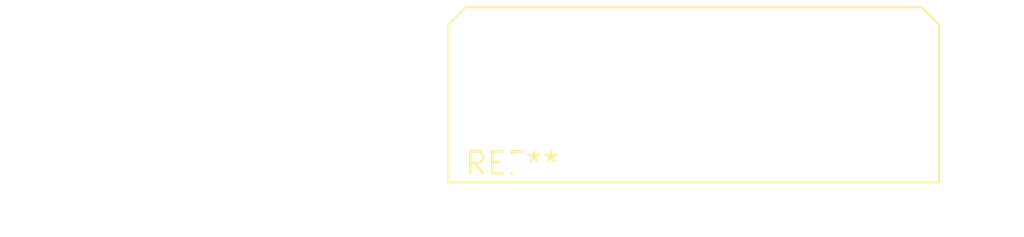
<source format=kicad_pcb>
(kicad_pcb (version 20240108) (generator pcbnew)
  (layers (0 "F.Cu" signal) (31 "B.Cu" signal) (34 "B.Paste" user) (35 "F.Paste" user) (36 "B.SilkS" user "B.Silkscreen") (37 "F.SilkS" user "F.Silkscreen") (38 "B.Mask" user) (39 "F.Mask" user) (44 "Edge.Cuts" user))
  (net 0 "")
  (footprint "Molex_Micro-Fit_3.0_43045-1600_2x08_P3.00mm_Horizontal" (layer "F.Cu") (at 0 0)
    (property "Reference" "REF**")
    (property "Value" "Molex_Micro-Fit_3.0_43045-1600_2x08_P3.00mm_Horizontal")
    (fp_line (start -3.685 -8.03) (end -2.685 -9.03) (layer "F.SilkS") (stroke (width 0.12)))
    (fp_line (start -3.685 1.1) (end -3.685 -8.03) (layer "F.SilkS") (stroke (width 0.12)))
    (fp_line (start -2.685 -9.03) (end 23.685 -9.03) (layer "F.SilkS") (stroke (width 0.12)))
    (fp_line (start 23.685 -9.03) (end 24.685 -8.03) (layer "F.SilkS") (stroke (width 0.12)))
    (fp_line (start 24.685 -8.03) (end 24.685 1.1) (layer "F.SilkS") (stroke (width 0.12)))
    (fp_line (start 24.685 1.1) (end -3.685 1.1) (layer "F.SilkS") (stroke (width 0.12)))
    (pad "" np_thru_hole circle (at 2.16 -4.32) (size 3 3) (drill 3) (layers *.Cu *.Mask))
    (pad "" np_thru_hole circle (at 18.86 -4.32) (size 3 3) (drill 3) (layers *.Cu *.Mask))
    (pad "1" thru_hole roundrect (at 0 0) (size 1.5 1.5) (drill 1.02) (layers *.Cu *.Mask) (remove_unused_layers) (roundrect_rratio 0.166667))
    (pad "2" thru_hole circle (at 3 0) (size 1.5 1.5) (drill 1.02) (layers *.Cu *.Mask) (remove_unused_layers))
    (pad "3" thru_hole circle (at 6 0) (size 1.5 1.5) (drill 1.02) (layers *.Cu *.Mask) (remove_unused_layers))
    (pad "4" thru_hole circle (at 9 0) (size 1.5 1.5) (drill 1.02) (layers *.Cu *.Mask) (remove_unused_layers))
    (pad "5" thru_hole circle (at 12 0) (size 1.5 1.5) (drill 1.02) (layers *.Cu *.Mask) (remove_unused_layers))
    (pad "6" thru_hole circle (at 15 0) (size 1.5 1.5) (drill 1.02) (layers *.Cu *.Mask) (remove_unused_layers))
    (pad "7" thru_hole circle (at 18 0) (size 1.5 1.5) (drill 1.02) (layers *.Cu *.Mask) (remove_unused_layers))
    (pad "8" thru_hole circle (at 21 0) (size 1.5 1.5) (drill 1.02) (layers *.Cu *.Mask) (remove_unused_layers))
    (pad "9" thru_hole circle (at 0 3) (size 1.5 1.5) (drill 1.02) (layers *.Cu *.Mask) (remove_unused_layers))
    (pad "10" thru_hole circle (at 3 3) (size 1.5 1.5) (drill 1.02) (layers *.Cu *.Mask) (remove_unused_layers))
    (pad "11" thru_hole circle (at 6 3) (size 1.5 1.5) (drill 1.02) (layers *.Cu *.Mask) (remove_unused_layers))
    (pad "12" thru_hole circle (at 9 3) (size 1.5 1.5) (drill 1.02) (layers *.Cu *.Mask) (remove_unused_layers))
    (pad "13" thru_hole circle (at 12 3) (size 1.5 1.5) (drill 1.02) (layers *.Cu *.Mask) (remove_unused_layers))
    (pad "14" thru_hole circle (at 15 3) (size 1.5 1.5) (drill 1.02) (layers *.Cu *.Mask) (remove_unused_layers))
    (pad "15" thru_hole circle (at 18 3) (size 1.5 1.5) (drill 1.02) (layers *.Cu *.Mask) (remove_unused_layers))
    (pad "16" thru_hole circle (at 21 3) (size 1.5 1.5) (drill 1.02) (layers *.Cu *.Mask) (remove_unused_layers))
  )
)
</source>
